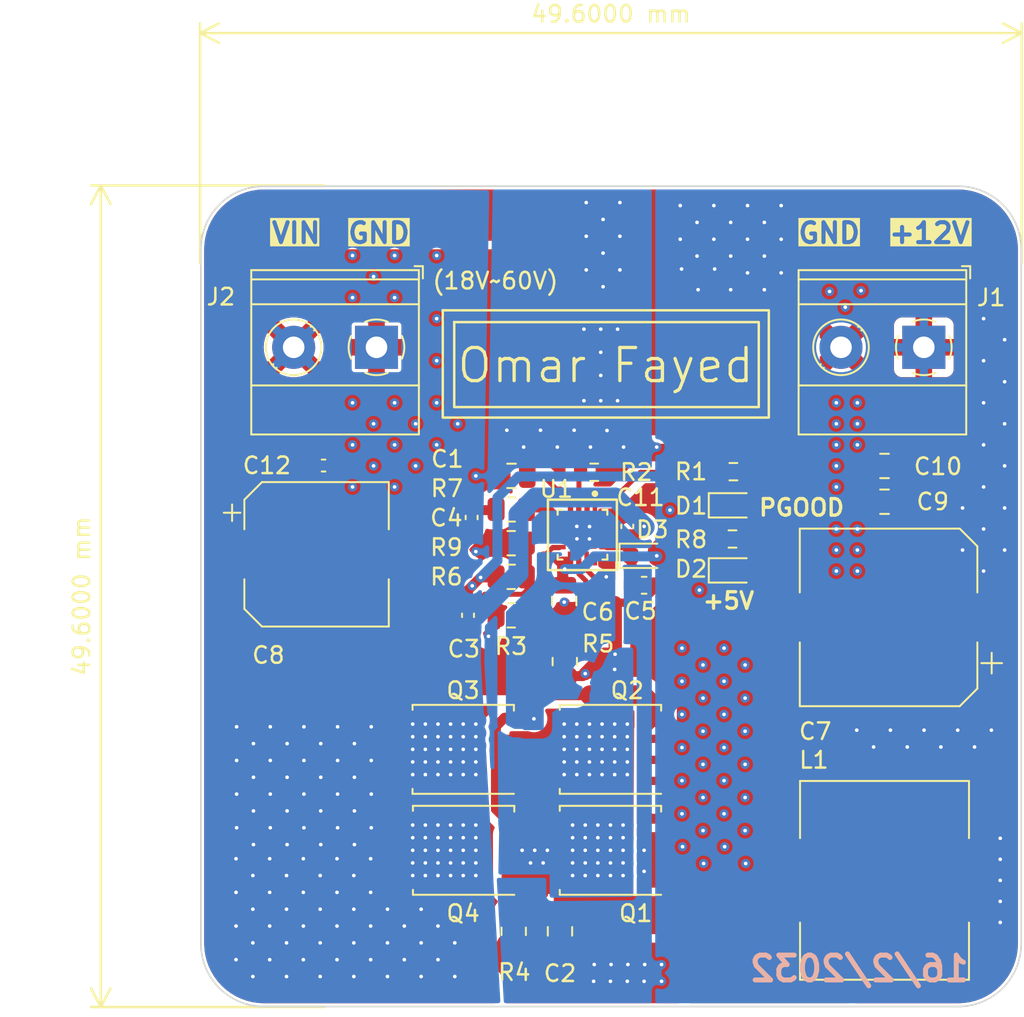
<source format=kicad_pcb>
(kicad_pcb (version 20221018) (generator pcbnew)
  (layers (0 "F.Cu" signal) (1 "In1.Cu" power "GND") (2 "In2.Cu" power "GND1") (31 "B.Cu" signal) (34 "B.Paste" user) (35 "F.Paste" user) (36 "B.SilkS" user "B.Silkscreen") (37 "F.SilkS" user "F.Silkscreen") (38 "B.Mask" user) (39 "F.Mask" user) (44 "Edge.Cuts" user))
  (net 0 "")
  (net 1 "GND")
  (net 2 "PHASE")
  (net 3 "Net-(C2-Pad2)")
  (net 4 "FB")
  (net 5 "+12V")
  (net 6 "Net-(C4-Pad1)")
  (net 7 "BOOT")
  (net 8 "VCC")
  (net 9 "Net-(D2-Pad2)")
  (net 10 " LGATE{slash}OCS")
  (net 11 "UGATE")
  (net 12 "PGOOD")
  (net 13 "SS{slash}TRK")
  (net 14 "ISEN")
  (net 15 "COMP")
  (net 16 "+5V")
  (net 17 "Net-(D1-Pad2)")
  (net 18 "EN")
  (net 19 "RT")
  (footprint "Resistor_SMD:R_0603_1608Metric" (layer "F.Cu") (at 224.142 62.615)
    (fp_text reference "R2")
    (fp_text value "39K")
  )
  (footprint "Capacitor_SMD:CP_Elec_10x10.5" (layer "F.Cu") (at 241.913 71.378 180)
    (fp_text reference "C7" hide)
    (fp_text value "330uF")
  )
  (footprint "Capacitor_SMD:C_0603_1608Metric" (layer "F.Cu") (at 227.153898 69.436898 180)
    (fp_text reference "C5")
    (fp_text value "1uF")
  )
  (footprint "LED_SMD:LED_0603_1608Metric" (layer "F.Cu") (at 232.543898 68.538898)
    (fp_text reference "D2")
    (fp_text value "Yellow Led")
  )
  (footprint "Capacitor_SMD:C_0402_1005Metric" (layer "F.Cu") (at 226.137898 65.880898 -90)
    (fp_text reference "C11")
    (fp_text value "100nF")
  )
  (footprint "Capacitor_SMD:C_0805_2012Metric" (layer "F.Cu") (at 222.327898 70.386898 90)
    (fp_text reference "C6")
    (fp_text value "4.7uF")
  )
  (footprint "Capacitor_SMD:CP_Elec_8x10.5" (layer "F.Cu") (at 207.378 67.568)
    (fp_text reference "C8")
    (fp_text value "220uF")
  )
  (footprint "Resistor_SMD:R_0805_2012Metric" (layer "F.Cu") (at 219.129398 68.928898 180)
    (fp_text reference "R6")
    (fp_text value "43.2K")
  )
  (footprint "Resistor_SMD:R_0805_2012Metric" (layer "F.Cu") (at 219.129398 71.251429)
    (fp_text reference "R3")
    (fp_text value "5.1K")
  )
  (footprint "Resistor_SMD:R_0805_2012Metric" (layer "F.Cu") (at 222.364 74.045 90)
    (fp_text reference "R5")
    (fp_text value "5.1K")
  )
  (footprint "Package_TO_SOT_SMD:TDSON-8-1" (layer "F.Cu") (at 225.121898 85.438898 180)
    (fp_text reference "Q1")
    (fp_text value "CSD17579Q3A")
  )
  (footprint "Resistor_SMD:R_0603_1608Metric" (layer "F.Cu") (at 232.487898 66.642898)
    (fp_text reference "R8")
    (fp_text value "330R")
  )
  (footprint "Capacitor_SMD:C_0805_2012Metric" (layer "F.Cu") (at 241.668 64.393)
    (fp_text reference "C9")
    (fp_text value "100nF")
  )
  (footprint "Resistor_SMD:R_0805_2012Metric" (layer "F.Cu") (at 219.129398 64.856524)
    (fp_text reference "R7")
    (fp_text value "43.2K")
  )
  (footprint "Resistor_SMD:R_0805_2012Metric" (layer "F.Cu") (at 219.129398 66.896898 180)
    (fp_text reference "R9")
    (fp_text value "2.26K")
  )
  (footprint "Package_TO_SOT_SMD:TDSON-8-1" (layer "F.Cu") (at 225.121898 79.342898 180)
    (fp_text reference "Q2")
    (fp_text value "CSD17579Q3A")
  )
  (footprint "Inductor_SMD:L_Wuerth_HCM-1240" (layer "F.Cu") (at 241.668 87.253)
    (fp_text reference "L1")
    (fp_text value "3.3uH")
  )
  (footprint "Capacitor_SMD:C_0402_1005Metric" (layer "F.Cu") (at 216.739898 65.344898 -90)
    (fp_text reference "C4")
    (fp_text value "1nF")
  )
  (footprint "Capacitor_SMD:C_0402_1005Metric" (layer "F.Cu") (at 216.522 71.251 90)
    (fp_text reference "C3")
    (fp_text value "220pf")
  )
  (footprint "Resistor_SMD:R_0603_1608Metric" (layer "F.Cu") (at 232.543898 62.578898)
    (fp_text reference "R1")
    (fp_text value "330R")
  )
  (footprint "Capacitor_SMD:C_0805_2012Metric" (layer "F.Cu") (at 241.668 62.234)
    (fp_text reference "C10")
    (fp_text value "100nF")
  )
  (footprint "Capacitor_SMD:C_0805_2012Metric" (layer "F.Cu") (at 219.149398 62.832898 180)
    (fp_text reference "C1")
    (fp_text value "0.047uF")
  )
  (footprint "Package_TO_SOT_SMD:TDSON-8-1" (layer "F.Cu") (at 216.255898 85.438898 180)
    (fp_text reference "Q4")
    (fp_text value "CSD17579Q3A")
  )
  (footprint "TerminalBlock_Phoenix:TerminalBlock_Phoenix_MKDS-1,5-2_1x02_P5.00mm_Horizontal" (layer "F.Cu") (at 210.9956 55.071 180)
    (fp_text reference "J2")
    (fp_text value "Screw_Terminal_01x02")
  )
  (footprint "TerminalBlock_Phoenix:TerminalBlock_Phoenix_MKDS-1,5-2_1x02_P5.00mm_Horizontal" (layer "F.Cu") (at 244.041 55.071 180)
    (fp_text reference "J1")
    (fp_text value "Screw_Terminal_01x02")
  )
  (footprint "Package_TO_SOT_SMD:TDSON-8-1" (layer "F.Cu") (at 216.231898 79.342898 180)
    (fp_text reference "Q3")
    (fp_text value "CSD17579Q3A")
  )
  (footprint "Capacitor_SMD:C_0402_1005Metric" (layer "F.Cu") (at 207.8 62.2086 180)
    (fp_text reference "C12")
    (fp_text value "100nF")
  )
  (footprint "LED_SMD:LED_0603_1608Metric" (layer "F.Cu") (at 232.543898 64.610898)
    (fp_text reference "D1")
    (fp_text value "Green Led")
  )
  (footprint "Model Buck:QFN50P300X300X100-17N" (layer "F.Cu") (at 223.432898 66.384898 -90)
    (fp_text reference "U1")
    (fp_text value "QFN50P300X300X100-17N")
  )
  (footprint "Diode_SMD:D_0603_1608Metric" (layer "F.Cu") (at 227.153898 67.658898)
    (fp_text reference "D3")
    (fp_text value "D_Small")
  )
  (footprint "Resistor_SMD:R_0805_2012Metric" (layer "F.Cu") (at 219.279898 90.330898 90)
    (fp_text reference "R4")
    (fp_text value "22R")
  )
  (footprint "Capacitor_SMD:C_0805_2012Metric" (layer "F.Cu") (at 222.073898 90.330898 -90)
    (fp_text reference "C2")
    (fp_text value "100pF")
  )
  (gr_rect (start 214.998 52.836) (end 234.683 59.313) (stroke (width 0.15)) (fill none) (layer "F.SilkS"))
  (gr_rect (start 221.348 64.266) (end 225.509691 68.522592) (stroke (width 0.15)) (fill none) (layer "F.SilkS"))
  (gr_rect (start 215.688824 53.549154) (end 234.075911 58.678) (stroke (width 0.15)) (fill none) (layer "F.SilkS"))
  (gr_arc (start 200.393 49.153) (mid 201.508923 46.458923) (end 204.203 45.343) (stroke (width 0.1)) (layer "Edge.Cuts"))
  (gr_arc (start 246.113 45.343) (mid 248.807077 46.458923) (end 249.923 49.153) (stroke (width 0.1)) (layer "Edge.Cuts"))
  (gr_line (start 204.203 94.873) (end 246.113 94.873) (stroke (width 0.1)) (layer "Edge.Cuts"))
  (gr_arc (start 204.203 94.873) (mid 201.508923 93.757077) (end 200.393 91.063) (stroke (width 0.1)) (layer "Edge.Cuts"))
  (gr_line (start 249.923 91.063) (end 249.923 49.153) (stroke (width 0.1)) (layer "Edge.Cuts"))
  (gr_line (start 200.393 49.153) (end 200.393 91.063) (stroke (width 0.1)) (layer "Edge.Cuts"))
  (gr_arc (start 249.923 91.063) (mid 248.807077 93.757077) (end 246.113 94.873) (stroke (width 0.1)) (layer "Edge.Cuts"))
  (gr_line (start 246.113 45.343) (end 204.203 45.343) (stroke (width 0.1)) (layer "Edge.Cuts"))
  (gr_text "16/2/2032" (at 240.144 92.587) (layer "B.SilkS") (effects (font (size 1.5 1.5) (thickness 0.3)) (justify mirror)))
  (gr_text "GND" (at 209.152147 48.175981) (layer "F.SilkS" knockout) (effects (font (size 1.2 1.2) (thickness 0.25) bold) (justify left)))
  (gr_text "PGOOD" (at 236.663 64.75) (layer "F.SilkS") (effects (font (size 1 1) (thickness 0.2))))
  (gr_text "+5V" (at 232.25 70.375) (layer "F.SilkS") (effects (font (size 1 1) (thickness 0.2))))
  (gr_text "+12V " (at 244.843 48.175981) (layer "F.SilkS" knockout) (effects (font (size 1.2 1.2) (thickness 0.25) bold)))
  (gr_text "C7\n" (at 236.4102 78.8456) (layer "F.SilkS") (effects (font (size 1 1)) (justify left bottom)))
  (gr_text "(18V~60V)\n" (at 218.173 51.058) (layer "F.SilkS") (effects (font (size 1 1))))
  (gr_text "VIN" (at 206.143375 48.175981) (layer "F.SilkS" knockout) (effects (font (size 1.2 1.2) (thickness 0.25) bold)))
  (gr_text "Omar Fayed" (at 224.830032 56.165912) (layer "F.SilkS") (effects (font (size 2 2) (thickness 0.2))))
  (gr_text "GND" (at 236.334 48.175981) (layer "F.SilkS" knockout) (effects (font (size 1.2 1.2) (thickness 0.25) bold) (justify left)))
  (dimension (type aligned) (layer "F.SilkS") (pts (xy 208.35 94.9) (xy 208.35 45.3)) (height -14) (gr_text "49.6000 mm" (at 193.2 70.1 90) (layer "F.SilkS") (effects (font (size 1 1) (thickness 0.15)))) (format (prefix "") (suffix "") (units 3) (units_format 1) (precision 4)) (style (thickness 0.15) (arrow_length 1.27) (text_position_mode 0) (extension_height 0.58642) (extension_offset 0.5) keep_text_aligned))
  (dimension (type aligned) (layer "F.SilkS") (pts (xy 200.35 50.5) (xy 249.95 50.5)) (height -14.4) (gr_text "49.6000 mm" (at 225.15 34.95) (layer "F.SilkS") (effects (font (size 1 1) (thickness 0.15)))) (format (prefix "") (suffix "") (units 3) (units_format 1) (precision 4)) (style (thickness 0.15) (arrow_length 1.27) (text_position_mode 0) (extension_height 0.58642) (extension_offset 0.5) keep_text_aligned))
  (segment (start 224.867898 66.134898) (end 225.358783 66.134898) (width 0.3) (layer "F.Cu") (net 1))
  (segment (start 226.174 65.437) (end 226.146 65.437) (width 0.2) (layer "F.Cu") (net 1))
  (segment (start 238.493 71.378) (end 237.713 71.378) (width 1.2) (layer "F.Cu") (net 1))
  (segment (start 219.216488 92.216488) (end 219.216488 91.306808) (width 2) (layer "F.Cu") (net 1))
  (segment (start 224.097524 66.134898) (end 223.85748 65.894854) (width 0.3) (layer "F.Cu") (net 1))
  (segment (start 230.492 69.727) (end 231.680102 68.538898) (width 1.2) (layer "F.Cu") (net 1))
  (segment (start 225.358783 66.134898) (end 226.092783 65.400898) (width 0.3) (layer "F.Cu") (net 1))
  (segment (start 220.349 93.349) (end 219.216488 92.216488) (width 2) (layer "F.Cu") (net 1))
  (segment (start 223.719 66.171) (end 223.469 66.421) (width 0.3) (layer "F.Cu") (net 1))
  (segment (start 224.173401 65.651137) (end 223.893582 65.930956) (width 0.2) (layer "F.Cu") (net 1))
  (segment (start 226.092783 65.400898) (end 226.137898 65.400898) (width 0.3) (layer "F.Cu") (net 1))
  (segment (start 222.364 71.373) (end 222.364 70.489) (width 0.6) (layer "F.Cu") (net 1))
  (segment (start 224.867898 66.134898) (end 224.097524 66.134898) (width 0.3) (layer "F.Cu") (net 1))
  (segment (start 224.219 65.390615) (end 224.173401 65.436214) (width 0.2) (layer "F.Cu") (net 1))
  (segment (start 224.219 64.986) (end 224.219 65.390615) (width 0.2) (layer "F.Cu") (net 1))
  (segment (start 223.134 66.671) (end 223.219 66.671) (width 0.3) (layer "F.Cu") (net 1))
  (segment (start 223.219 66.671) (end 223.469 66.421) (width 0.3) (layer "F.Cu") (net 1))
  (segment (start 222.034 66.671) (end 223.134 66.671) (width 0.3) (layer "F.Cu") (net 1))
  (segment (start 225.121898 93.349) (end 220.349 93.349) (width 2) (layer "F.Cu") (net 1))
  (segment (start 231.680102 68.538898) (end 231.756398 68.538898) (width 1.2) (layer "F.Cu") (net 1))
  (segment (start 224.173401 65.436214) (end 224.173401 65.651137) (width 0.2) (layer "F.Cu") (net 1))
  (via (at 229.44 77.234) (size 0.55) (drill 0.22) (layers "F.Cu" "B.Cu") (net 1))
  (via (at 219.881 61.093) (size 0.55) (drill 0.22) (layers "F.Cu" "B.Cu") (net 1))
  (via (at 226.174 92.333) (size 0.55) (drill 0.22) (layers "F.Cu" "B.Cu") (net 1))
  (via (at 225.552 58.293) (size 0.55) (drill 0.22) (layers "F.Cu" "B.Cu") (net 1))
  (via (at 240.03 66.04) (size 0.55) (drill 0.22) (layers "F.Cu" "B.Cu") (net 1))
  (via (at 240.03 68.58) (size 0.55) (drill 0.22) (layers "F.Cu" "B.Cu") (net 1))
  (via (at 240.03 59.69) (size 0.55) (drill 0.22) (layers "F.Cu" "B.Cu") (net 1))
  (via (at 223.52 58.293) (size 0.55) (drill 0.22) (layers "F.Cu" "B.Cu") (net 1))
  (via (at 224.536 53.975) (size 0.55) (drill 0.22) (layers "F.Cu" "B.Cu") (net 1))
  (via (at 227.153898 85.438898) (size 0.55) (drill 0.22) (layers "F.Cu" "B.Cu") (net 1))
  (via (at 225.913 61.093) (size 0.55) (drill 0.22) (layers "F.Cu" "B.Cu") (net 1))
  (via (at 230.71 76.25) (size 0.55) (drill 0.22) (layers "F.Cu" "B.Cu") (net 1))
  (via (at 240.03 60.96) (size 0.55) (drill 0.22) (layers "F.Cu" "B.Cu") (net 1))
  (via (at 224.536 58.293) (size 0.55) (drill 0.22) (layers "F.Cu" "B.Cu") (net 1))
  (via (at 224.536 55.372) (size 0.55) (drill 0.22) (layers "F.Cu" "B.Cu") (net 1))
  (via (at 209.55 49.53) (size 0.55) (drill 0.22) (layers "F.Cu" "B.Cu") (net 1))
  (via (at 225.6914 46.3336) (size 0.55) (drill 0.22) (layers "F.Cu" "B.Cu") (net 1))
  (via (at 233.286 86.237) (size 0.55) (drill 0.22) (layers "F.Cu" "B.Cu") (net 1))
  (via (at 214.63 55.88) (size 0.55) (drill 0.22) (layers "F.Cu" "B.Cu") (net 1))
  (via (at 238.76 63.5) (size 0.55) (drill 0.22) (layers "F.Cu" "B.Cu") (net 1))
  (via (at 223.913 61.093) (size 0.55) (drill 0.22) (layers "F.Cu" "B.Cu") (net 1))
  (via (at 230.492 69.727) (size 0.55) (drill 0.22) (layers "F.Cu" "B.Cu") (net 1))
  (via (at 233.25 82.25) (size 0.55) (drill 0.22) (layers "F.Cu" "B.Cu") (net 1))
  (via (at 214.63 49.53) (size 0.55) (drill 0.22) (layers "F.Cu" "B.Cu") (net 1))
  (via (at 231.98 75.234) (size 0.55) (drill 0.22) (layers "F.Cu" "B.Cu") (net 1))
  (via (at 240.03 58.42) (size 0.55) (drill 0.22) (layers "F.Cu" "B.Cu") (net 1))
  (via (at 231.98 81.234) (size 0.55) (drill 0.22) (layers "F.Cu" "B.Cu") (net 1))
  (via (at 231.98 77.234) (size 0.55) (drill 0.22) (layers "F.Cu" "B.Cu") (net 1))
  (via (at 227.19 92.333) (size 0.55) (drill 0.22) (layers "F.Cu" "B.Cu") (net 1))
  (via (at 214.63 58.42) (size 0.55) (drill 0.22) (layers "F.Cu" "B.Cu") (net 1))
  (via (at 213.36 59.69) (size 0.55) (drill 0.22) (layers "F.Cu" "B.Cu") (net 1))
  (via (at 230.746 86.237) (size 0.55) (drill 0.22) (layers "F.Cu" "B.Cu") (net 1))
  (via (at 233.25 78.25) (size 0.55) (drill 0.22) (layers "F.Cu" "B.Cu") (net 1))
  (via (at 229.44 75.234) (size 0.55) (drill 0.22) (layers "F.Cu" "B.Cu") (net 1))
  (via (at 238.76 68.58) (size 0.55) (drill 0.22) (layers "F.Cu" "B.Cu") (net 1))
  (via (at 230.71 82.25) (size 0.55) (drill 0.22) (layers "F.Cu" "B.Cu") (net 1))
  (via (at 210.82 50.8) (size 0.55) (drill 0.22) (layers "F.Cu" "B.Cu") (net 1))
  (via (at 223.6594 50.3976) (size 0.55) (drill 0.22) (layers "F.Cu" "B.Cu") (net 1))
  (via (at 226.137898 93.349) (size 0.55) (drill 0.22) (layers "F.Cu" "B.Cu") (net 1))
  (via (at 232.016 85.221) (size 0.55) (drill 0.22) (layers "F.Cu" "B.Cu") (net 1))
  (via (at 223.52 53.975) (size 0.55) (drill 0.22) (layers "F.Cu" "B.Cu") (net 1))
  (via (at 222.929 60.077) (size 0.55) (drill 0.22) (layers "F.Cu" "B.Cu") (net 1))
  (via (at 209.55 58.42) (size 0.55) (drill 0.22) (layers "F.Cu" "B.Cu") (net 1))
  (via (at 223.097898 66.634898) (size 0.55) (drill 0.22) (layers "F.Cu" "B.Cu") (net 1))
  (via (at 224.6754 51.4136) (size 0.55) (drill 0.22) (layers "F.Cu" "B.Cu") (net 1))
  (via (at 224.142 92.333) (size 0.55) (drill 0.22) (layers "F.Cu" "B.Cu") (net 1))
  (via (at 233.25 80.25) (size 0.55) (drill 0.22) (layers "F.Cu" "B.Cu") (net 1))
  (via (at 225.121898 93.349) (size 0.55) (drill 0.22) (layers "F.Cu" "B.Cu") (net 1))
  (via (at 223.6594 48.3656) (size 0.55) (drill 0.22) (layers "F.Cu" "B.Cu") (net 1))
  (via (at 233.25 76.25) (size 0.55) (drill 0.22) (layers "F.Cu" "B.Cu") (net 1))
  (via (at 239.3 52.65) (size 0.55) (drill 0.22) (layers "F.Cu" "B.Cu") (net 1))
  (via (at 225.6914 50.3976) (size 0.55) (drill 0.22) (layers "F.Cu" "B.Cu") (net 1))
  (via (at 224.6754 47.3496) (size 0.55) (drill 0.22) (layers "F.Cu" "B.Cu") (net 1))
  (via (at 220.897 60.077) (size 0.55) (drill 0.22) (layers "F.Cu" "B.Cu") (net 1))
  (via (at 223.85748 65.894854) (size 0.55) (drill 0.22) (layers "F.Cu" "B.Cu") (net 1))
  (via (at 212.09 52.07) (size 0.55) (drill 0.22) (layers "F.Cu" "B.Cu") (net 1))
  (via (at 238.76 59.69) (size 0.55) (drill 0.22) (layers "F.Cu" "B.Cu") (net 1))
  (via (at 209.55 52.07) (size 0.55) (drill 0.22) (layers "F.Cu" "B.Cu") (net 1))
  (via (at 227.913 61.093) (size 0.55) (drill 0.22) (layers "F.Cu" "B.Cu") (net 1))
  (via (at 230.71 74.25) (size 0.55) (drill 0.22) (layers "F.Cu" "B.Cu") (net 1))
  (via (at 230.71 84.25) (size 0.55) (drill 0.22) (layers "F.Cu" "B.Cu") (net 1))
  (via (at 238.76 62.23) (size 0.55) (drill 0.22) (layers "F.Cu" "B.Cu") (net 1))
  (via (at 238.76 67.31) (size 0.55) (drill 0.22) (layers "F.Cu" "B.Cu") (net 1))
  (via (at 214.63 60.96) (size 0.55) (drill 0.22) (layers "F.Cu" "B.Cu") (net 1))
  (via (at 215.9 59.69) (size 0.55) (drill 0.22) (layers "F.Cu" "B.Cu") (net 1))
  (via (at 229.44 81.234) (size 0.55) (drill 0.22) (layers "F.Cu" "B.Cu") (net 1))
  (via (at 227.153898 93.349) (size 0.55) (drill 0.22) (layers "F.Cu" "B.Cu") (net 1))
  (via (at 218.865 60.077) (size 0.55) (drill 0.22) (layers "F.Cu" "B.Cu") (net 1))
  (via (at 229.476 85.221) (size 0.55) (drill 0.22) (layers "F.Cu" "B.Cu") (net 1))
  (via (at 238.35 51.7) (size 0.55) (drill 0.22) (layers "F.Cu" "B.Cu") (net 1))
  (via (at 209.55 60.96) (size 0.55) (drill 0.22) (layers "F.Cu" "B.Cu") (net 1))
  (via (at 212.09 63.5) (size 0.55) (drill 0.22) (layers "F.Cu" "B.Cu") (net 1))
  (via (at 240.25 51.65) (size 0.55) (drill 0.22) (layers "F.Cu" "B.Cu") (net 1))
  (via (at 229.44 73.234) (size 0.55) (drill 0.22) (layers "F.Cu" "B.Cu") (net 1))
  (via (at 212.09 60.96) (size 0.55) (drill 0.22) (layers "F.Cu" "B.Cu") (net 1))
  (via (at 224.536 56.769) (size 0.55) (drill 0.22) (layers "F.Cu" "B.Cu") (net 1))
  (via (at 229.44 79.234) (size 0.55) (drill 0.22) (layers "F.Cu" "B.Cu") (net 1))
  (via (at 224.105898 93.349) (size 0.55) (drill 0.22) (layers "F.Cu" "B.Cu") (net 1))
  (via (at 223.089898 65.880898) (size 0.55) (drill 0.22) (layers "F.Cu" "B.Cu") (net 1))
  (via (at 212.09 49.53) (size 0.55) (drill 0.22) (layers "F.Cu" "B.Cu") (net 1))
  (via (at 210.82 59.69) (size 0.55) (drill 0.22) (layers "F.Cu" "B.Cu") (net 1))
  (via (at 224.913 60.093) (size 0.55) (drill 0.22) (layers "F.Cu" "B.Cu") (net 1))
  (via (at 230.71 78.25) (size 0.55) (drill 0.22) (layers "F.Cu" "B.Cu") (net 1))
  (via (at 214.63 53.34) (size 0.55) (drill 0.22) (layers "F.Cu" "B.Cu") (net 1))
  (via (at 228.206 93.349) (size 0.55) (drill 0.22) (layers "F.Cu" "B.Cu") (net 1))
  (via (at 223.6594 46.3336) (size 0.55) (drill 0.22) (layers "F.Cu" "B.Cu") (net 1))
  (via (at 227.153898 86.708898) (size 0.55) (drill 0.22) (layers "F.Cu" "B.Cu") (net 1))
  (via (at 238.76 60.96) (size 0.55) (drill 0.22) (layers "F.Cu" "B.Cu") (net 1))
  (via (at 229.44 83.234) (size 0.55) (drill 0.22) (layers "F.Cu" "B.Cu") (net 1))
  (via (at 216.993898 67.404898) (size 0.55) (drill 0.22) (layers "F.Cu" "B.Cu") (net 1))
  (via (at 233.25 74.25) (size 0.55) (drill 0.22) (layers "F.Cu" "B.Cu") (net 1))
  (via (at 231.98 83.234) (size 0.55) (drill 0.22) (layers "F.Cu" "B.Cu") (net 1))
  (via (at 225.158 92.333) (size 0.55) (drill 0.22) (layers "F.Cu" "B.Cu") (net 1))
  (via (at 233.25 84.25) (size 0.55) (drill 0.22) (layers "F.Cu" "B.Cu") (net 1))
  (via (at 223.851898 66.642898) (size 0.55) (drill 0.22) (layers "F.Cu" "B.Cu") (net 1))
  (via (at 213.36 62.23) (size 0.55) (drill 0.22) (layers "F.Cu" "B.Cu") (net 1))
  (via (at 228.206 92.333) (size 0.55) (drill 0.22) (layers "F.Cu" "B.Cu") (net 1))
  (via (at 212.09 58.42) (size 0.55) (drill 0.22) (layers "F.Cu" "B.Cu") (net 1))
  (via (at 238.76 66.04) (size 0.55) (drill 0.22) (layers "F.Cu" "B.Cu") (net 1))
  (via (at 228.714 64.901) (size 0.55) (drill 0.22) (layers "F.Cu" "B.Cu") (net 1))
  (via (at 209.55 63.5) (size 0.55) (drill 0.22) (layers "F.Cu" "B.Cu") (net 1))
  (via (at 230.71 80.25) (size 0.55) (drill 0.22) (layers "F.Cu" "B.Cu") (net 1))
  (via (at 221.913 61.093) (size 0.55) (drill 0.22) (layers "F.Cu" "B.Cu") (net 1))
  (via (at 231.98 73.234) (size 0.55) (drill 0.22) (layers "F.Cu" "B.Cu") (net 1))
  (via (at 238.76 58.42) (size 0.55) (drill 0.22) (layers "F.Cu" "B.Cu") (net 1))
  (via (at 225.552 53.975) (size 0.55) (drill 0.22) (layers "F.Cu" "B.Cu") (net 1))
  (via (at 224.6754 49.3816) (size 0.55) (drill 0.22) (layers "F.Cu" "B.Cu") (net 1))
  (via (at 216.993898 62.832898) (size 0.55) (drill 0.22) (layers "F.Cu" "B.Cu") (net 1))
  (via (at 222.327898 70.452898) (size 0.55) (drill 0.22) (layers "F.Cu" "B.Cu") (net 1))
  (via (at 225.6914 48.3656) (size 0.55) (drill 0.22) (layers "F.Cu" "B.Cu") (net 1))
  (via (at 210.82 62.23) (size 0.55) (drill 0.22) (layers "F.Cu" "B.Cu") (net 1))
  (via (at 217.755898 72.521) (size 0.55) (drill 0.22) (layers "F.Cu" "B.Cu") (net 1))
  (via (at 240.03 67.31) (size 0.55) (drill 0.22) (layers "F.Cu" "B.Cu") (net 1))
  (via (at 231.98 79.234) (size 0.55) (drill 0.22) (layers "F.Cu" "B.Cu") (net 1))
  (segment (start 225.412 74.295) (end 225.412 74.553) (width 0.8) (layer "F.Cu") (net 2))
  (segment (start 224.65 69.981) (end 224.904 69.981) (width 0.5) (layer "F.Cu") (net 2))
  (segment (start 226.949 70.489) (end 227.965 69.473) (width 0.5) (layer "F.Cu") (net 2))
  (segment (start 225.412 73.612) (end 225.412 74.295) (width 0.8) (layer "F.Cu") (net 2))
  (segment (start 224.328 89.285) (end 234.936 89.285) (width 2) (layer "F.Cu") (net 2))
  (segment (start 224.02 89.417) (end 224.02 86.613) (width 2) (layer "F.Cu") (net 2))
  (segment (start 222.11 89.417) (end 224.02 89.417) (width 2) (layer "F.Cu") (net 2))
  (segment (start 236.332 87.889) (end 236.968 87.253) (width 1.2) (layer "F.Cu") (net 2))
  (segment (start 223.597898 74.770898) (end 225.121898 74.770898) (width 0.6) (layer "F.Cu") (net 2))
  (segment (start 225.121898 74.770898) (end 225.375898 74.516898) (width 0.6) (layer "F.Cu") (net 2))
  (segment (start 224.02 86.613) (end 224.396 86.237) (width 2) (layer "F.Cu") (net 2))
  (segment (start 224.768796 73.6) (end 223.597898 74.770898) (width 0.8) (layer "F.Cu") (net 2))
  (segment (start 223.447398 74.921398) (end 223.597898 74.770898) (width 0.6) (layer "F.Cu") (net 2))
  (segment (start 225.4 73.6) (end 225.412 73.612) (width 0.8) (layer "F.Cu") (net 2))
  (segment (start 223.597898 74.770898) (end 224.073796 74.295) (width 0.6) (layer "F.Cu") (net 2))
  (segment (start 225.4 73.6) (end 224.768796 73.6) (width 0.8) (layer "F.Cu") (net 2))
  (segment (start 223.719 67.856) (end 223.719 68.542) (width 0.3) (layer "F.Cu") (net 2))
  (segment (start 222.364 74.921398) (end 223.447398 74.921398) (width 0.6) (layer "F.Cu") (net 2))
  (segment (start 225.412 70.489) (end 226.949 70.489) (width 0.5) (layer "F.Cu") (net 2))
  (segment (start 223.888 68.711) (end 224.142 68.965) (width 0.3) (layer "F.Cu") (net 2))
  (segment (start 224.142 68.965) (end 224.142 69.473) (width 0.3) (layer "F.Cu") (net 2))
  (segment (start 224.02 89.417) (end 224.108 89.505) (width 2) (layer "F.Cu") (net 2))
  (segment (start 224.108 89.505) (end 224.328 89.285) (width 2) (layer "F.Cu") (net 2))
  (segment (start 224.073796 74.295) (end 225.412 74.295) (width 0.6) (layer "F.Cu") (net 2))
  (segment (start 225.412 73.588) (end 225.4 73.6) (width 0.8) (layer "F.Cu") (net 2))
  (segment (start 224.108 85.475) (end 224.108 79.379) (width 1.2) (layer "F.Cu") (net 2))
  (segment (start 234.936 89.285) (end 236.968 87.253) (width 2) (layer "F.Cu") (net 2))
  (segment (start 223.719 68.542) (end 223.888 68.711) (width 0.3) (layer "F.Cu") (net 2))
  (segment (start 224.904 69.981) (end 225.412 70.489) (width 0.5) (layer "F.Cu") (net 2))
  (segment (start 224.142 69.473) (end 224.65 69.981) (width 0.3) (layer "F.Cu") (net 2))
  (segment (start 225.412 70.489) (end 225.412 73.588) (width 0.8) (layer "F.Cu") (net 2))
  (via (at 224.613898 80.104898) (size 0.55) (drill 0.22) (layers "F.Cu" "B.Cu") (net 2))
  (via (at 226.137898 78.580898) (size 0.55) (drill 0.22) (layers "F.Cu" "B.Cu") (net 2))
  (via (at 222.327898 80.866898) (size 0.55) (drill 0.22) (layers "F.Cu" "B.Cu") (net 2))
  (via (at 223.851898 79.342898) (size 0.55) (drill 0.22) (layers "F.Cu" "B.Cu") (net 2))
  (via (at 224.613898 78.580898) (size 0.55) (drill 0.22) (layers "F.Cu" "B.Cu") (net 2))
  (via (at 224.359898 85.438898) (size 0.55) (drill 0.22) (layers "F.Cu" "B.Cu") (net 2))
  (via (at 224.359898 86.200898) (size 0.55) (drill 0.22) (layers "F.Cu" "B.Cu") (net 2))
  (via (at 226.137898 80.104898) (size 0.55) (drill 0.22) (layers "F.Cu" "B.Cu") (net 2))
  (via (at 225.883898 84.676898) (size 0.55) (drill 0.22) (layers "F.Cu" "B.Cu") (net 2))
  (via (at 225.121898 86.962898) (size 0.55) (drill 0.22) (layers "F.Cu" "B.Cu") (net 2))
  (via (at 223.597898 86.200898) (size 0.55) (drill 0.22) (layers "F.Cu" "B.Cu") (net 2))
  (via (at 224.613898 79.342898) (size 0.55) (drill 0.22) (layers "F.Cu" "B.Cu") (net 2))
  (via (at 225.883898 85.438898) (size 0.55) (drill 0.22) (layers "F.Cu" "B.Cu") (net 2))
  (via (at 224.359898 84.676898) (size 0.55) (drill 0.22) (layers "F.Cu" "B.Cu") (net 2))
  (via (at 225.121898 84.676898) (size 0.55) (drill 0.22) (layers "F.Cu" "B.Cu") (net 2))
  (via (at 222.327898 78.580898) (size 0.55) (drill 0.22) (layers "F.Cu" "B.Cu") (net 2))
  (via (at 221.311898 85.438898) (size 0.55) (drill 0.22) (layers "F.Cu" "B.Cu") (net 2))
  (via (at 225.375898 78.580898) (size 0.55) (drill 0.22) (layers "F.Cu" "B.Cu") (net 2))
  (via (at 222.835898 86.200898) (size 0.55) (drill 0.22) (layers "F.Cu" "B.Cu") (net 2))
  (via (at 223.851898 77.818898) (size 0.55) (drill 0.22) (layers "F.Cu" "B.Cu") (net 2))
  (via (at 225.375898 74.516898) (size 0.55) (drill 0.22) (layers "F.Cu" "B.Cu") (net 2))
  (via (at 226.137898 77.818898) (size 0.55) (drill 0.22) (layers "F.Cu" "B.Cu") (net 2))
  (via (at 223.089898 78.580898) (size 0.55) (drill 0.22) (layers "F.Cu" "B.Cu") (net 2))
  (via (at 222.835898 83.914898) (size 0.55) (drill 0.22) (layers "F.Cu" "B.Cu") (net 2))
  (via (at 222.327898 80.104898) (size 0.55) (drill 0.22) (layers "F.Cu" "B.Cu") (net 2))
  (via (at 222.835898 84.676898) (size 0.55) (drill 0.22) (layers "F.Cu" "B.Cu") (net 2))
  (via (at 223.597898 83.914898) (size 0.55) (drill 0.22) (layers "F.Cu" "B.Cu") (net 2))
  (via (at 221.057898 86.200898) (size 0.55) (drill 0.22) (layers "F.Cu" "B.Cu") (net 2))
  (via (at 224.613898 77.818898) (size 0.55) (drill 0.22) (layers "F.Cu" "B.Cu") (net 2))
  (via (at 225.375898 77.818898) (size 0.55) (drill 0.22) (layers "F.Cu" "B.Cu") (net 2))
  (via (at 225.375898 79.342898) (size 0.55) (drill 0.22) (layers "F.Cu" "B.Cu") (net 2))
  (via (at 225.121898 85.438898) (size 0.55) (drill 0.22) (layers "F.Cu" "B.Cu") (net 2))
  (via (at 222.327898 79.342898) (size 0.55) (drill 0.22) (layers "F.Cu" "B.Cu") (net 2))
  (via (at 225.375898 80.104898) (size 0.55) (drill 0.22) (layers "F.Cu" "B.Cu") (net 2))
  (via (at 226.137898 79.342898) (size 0.55) (drill 0.22) (layers "F.Cu" "B.Cu") (net 2))
  (via (at 225.883898 83.914898) (size 0.55) (drill 0.22) (layers "F.Cu" "B.Cu") (net 2))
  (via (at 223.089898 79.342898) (size 0.55) (drill 0.22) (layers "F.Cu" "B.Cu") (net 2))
  (via (at 222.835898 86.962898) (size 0.55) (drill 0.22) (layers "F.Cu" "B.Cu") (net 2))
  (via (at 225.121898 86.200898) (size 0.55) (drill 0.22) (layers "F.Cu" "B.Cu") (net 2))
  (via (at 222.835898 85.438898) (size 0.55) (drill 0.22) (layers "F.Cu" "B.Cu") (net 2))
  (via (at 223.597898 84.676898) (size 0.55) (drill 0.22) (layers "F.Cu" "B.Cu") (net 2))
  (via (at 223.597898 86.962898) (size 0.55) (drill 0.22) (layers "F.Cu" "B.Cu") (net 2))
  (via (at 223.851898 78.580898) (size 0.55) (drill 0.22) (layers "F.Cu" "B.Cu") (net 2))
  (via (at 223.089898 77.818898) (size 0.55) (drill 0.22) (layers "F.Cu" "B.Cu") (net 2))
  (via (at 222.327898 77.818898) (size 0.55) (drill 0.22) (layers "F.Cu" "B.Cu") (net 2))
  (via (at 225.883898 86.200898) (size 0.55) (drill 0.22) (layers "F.Cu" "B.Cu") (net 2))
  (via (at 223.597898 85.438898) (size 0.55) (drill 0.22) (layers "F.Cu" "B.Cu") (net 2))
  (via (at 223.089898 80.866898) (size 0.55) (drill 0.22) (layers "F.Cu" "B.Cu") (net 2))
  (via (at 223.851898 80.866898) (size 0.55) (drill 0.22) (layers "F.Cu" "B.Cu") (net 2))
  (via (at 224.613898 80.866898) (size 0.55) (drill 0.22) (layers "F.Cu" "B.Cu") (net 2))
  (via (at 220.295898 86.200898) (size 0.55) (drill 0.22) (layers "F.Cu" "B.Cu") (net 2))
  (via (at 223.089898 80.104898) (size 0.55) (drill 0.22) (layers "F.Cu" "B.Cu") (net 2))
  (via (at 223.851898 80.104898) (size 0.55) (drill 0.22) (layers "F.Cu" "B.Cu") (net 2))
  (via (at 225.4 73.6) (size 0.55) (drill 0.22) (layers "F.Cu" "B.Cu") (net 2))
  (via (at 225.375898 80.866898) (size 0.55) (drill 0.22) (layers "F.Cu" "B.Cu") (net 2))
  (via (at 225.121898 83.914898) (size 0.55) (drill 0.22) (layers "F.Cu" "B.Cu") (net 2))
  (via (at 219.787898 85.438898) (size 0.55) (drill 0.22) (layers "F.Cu" "B.Cu") (net 2))
  (via (at 223.597898 74.770898) (size 0.55) (drill 0.22) (layers "F.Cu" "B.Cu") (net 2))
  (via (at 225.883898 86.962898) (size 0.55) (drill 0.22) (layers "F.Cu" "B.Cu") (net 2))
  (via (at 226.137898 80.866898) (size 0.55) (drill 0.22) (layers "F.Cu" "B.Cu") (net 2))
  (via (at 224.359898 83.914898) (size 0.55) (drill 0.22) (layers "F.Cu" "B.Cu") (net 2))
  (via (at 224.359898 86.962898) (size 0.55) (drill 0.22) (layers "F.Cu" "B.Cu") (net 2))
  (via (at 220.549898 85.438898) (size 0.55) (drill 0.22) (layers "F.Cu" "B.Cu") (net 2))
  (segment (start 221.094 86.237) (end 220.332 86.237) (width 1.2) (layer "B.Cu") (net 2))
  (segment (start 222.11 86.999) (end 225.92 86.999) (width 1.2) (layer "B.Cu") (net 2))
  (segment (start 221.348 85.475) (end 221.348 85.983) (width 1.2) (layer "B.Cu") (net 2))
  (segment (start 221.348 85.475) (end 225.92 85.475) (width 1.2) (layer "B.Cu") (net 2))
  (segment (start 225.92 86.237) (end 220.332 86.237) (width 1.2) (layer "B.Cu") (net 2))
  (segment (start 222.11 83.951) (end 225.92 83.951) (width 1.2) (layer "B.Cu") (net 2))
  (segment (start 225.92 84.713) (end 222.11 84.713) (width 1.2) (layer "B.Cu") (net 2))
  (segment (start 221.348 85.983) (end 221.094 86.237) (width 1.2) (layer "B.Cu") (net 2))
  (segment (start 221.348 91.317) (end 222.11 91.317) (width 0.6) (layer "F.Cu") (net 3))
  (segment (start 219.316 89.4545) (end 219.4855 89.4545) (width 0.6) (layer "F.Cu") (net 3))
  (segment (start 219.4855 89.4545) (end 221.348 91.317) (width 0.6) (layer "F.Cu") (net 3))
  (segment (start 220.078 66.933) (end 220.84 66.171) (width 0.6) (layer "F.Cu") (net 4))
  (segment (start 215.252 67.441) (end 215.252 71.505) (width 0.6) (layer "F.Cu") (net 4))
  (segment (start 217.284 71.505) (end 217.03 71.759) (width 0.3) (layer "F.Cu") (net 4))
  (segment (start 219.824 69.981) (end 217.538 69.981) (width 0.3) (layer "F.Cu") (net 4))
  (segment (start 220.078 68.965) (end 220.078 66.933) (width 0.6) (layer "F.Cu") (net 4))
  (segment (start 221.094 66.171) (end 222.034 66.171) (width 0.3) (layer "F.Cu") (net 4))
  (segment (start 216.494 71.759) (end 216.522 71.731) (width 0.6) (layer "F.Cu") (net 4))
  (segment (start 217.284 70.235) (end 217.284 71.505) (width 0.3) (layer "F.Cu") (net 4))
  (segment (start 220.84 66.171) (end 221.094 66.171) (width 0.6) (layer "F.Cu") (net 4))
  (segment (start 220.078 69.727) (end 219.824 69.981) (width 0.3) (layer "F.Cu") (net 4))
  (segment (start 217.538 69.981) (end 217.284 70.235) (width 0.3) (layer "F.Cu") (net 4))
  (segment (start 216.55 71.759) (end 216.522 71.731) (width 0.3) (layer "F.Cu") (net 4))
  (segment (start 215.506 71.759) (end 216.494 71.759) (width 0.6) (layer "F.Cu") (net 4))
  (segment (start 220.078 68.965) (end 220.078 69.727) (width 0.3) (layer "F.Cu") (net 4))
  (segment (start 217.03 71.759) (end 216.55 71.759) (width 0.3) (layer "F.Cu") (net 4))
  (segment (start 216.776 65.917) (end 215.252 67.441) (width 0.6) (layer "F.Cu") (net 4))
  (segment (start 220.041898 68.928898) (end 220.078 68.965) (width 0.3) (layer "F.Cu") (net 4))
  (segment (start 215.252 71.505) (end 215.506 71.759) (width 0.6) (layer "F.Cu") (net 4))
  (segment (start 216.776 65.861) (end 216.776 65.917) (width 0.6) (layer "F.Cu") (net 4))
  (segment (start 246.368 86.998) (end 248.653 84.713) (width 1.2) (layer "F.Cu") (net 5))
  (segment (start 246.368 87.253) (end 247.383 87.253) (width 1.2) (layer "F.Cu") (net 5))
  (segment (start 246.368 87.253) (end 246.368 86.998) (width 1.2) (layer "F.Cu") (net 5))
  (segment (start 246.368 87.508) (end 248.653 89.793) (width 1.2) (layer "F.Cu") (net 5))
  (segment (start 246.368 87.253) (end 248.653 87.253) (width 1.2) (layer "F.Cu") (net 5))
  (segment (start 218.253 68.965) (end 217.284 68.965) (width 0.6) (layer "F.Cu") (net 5))
  (segment (start 216.522 69.727) (end 216.522 70.771) (width 0.6) (layer "F.Cu") (net 5))
  (segment (start 248.653 84.713) (end 248.653 89.793) (width 1.2) (layer "F.Cu") (net 5))
  (segment (start 247.383 87.253) (end 248.653 88.523) (width 1.2) (layer "F.Cu") (net 5))
  (segment (start 216.776 69.473) (end 216.522 69.727) (width 0.6) (layer "F.Cu") (net 5))
  (segment (start 216.776 69.473) (end 217.284 68.965) (width 0.6) (layer "F.Cu") (net 5))
  (segment (start 246.368 87.253) (end 246.368 87.508) (width 1.2) (layer "F.Cu") (net 5))
  (segment (start 247.383 87.253) (end 248.653 85.983) (width 1.2) (layer "F.Cu") (net 5))
  (via (at 233.397 48.545) (size 0.55) (drill 0.22) (layers "F.Cu" "B.Cu") (net 5))
  (via (at 245.0716 79.2012) (size 0.55) (drill 0.22) (layers "F.Cu" "B.Cu") (net 5))
  (via (at 234.413 47.529) (size 0.55) (drill 0.22) (layers "F.Cu" "B.Cu") (net 5))
  (via (at 229.413 50.343) (size 0.55) (drill 0.22) (layers "F.Cu" "B.Cu") (net 5))
  (via (at 232.381 51.593) (size 0.55) (drill 0.22) (layers "F.Cu" "B.Cu") (net 5))
  (via (at 230.413 51.593) (size 0.55) (drill 0.22) (layers "F.Cu" "B.Cu") (net 5))
  (via (at 248.92 54.61) (size 0.55) (drill 0.22) (layers "F.Cu" "B.Cu") (net 5))
  (via (at 230.349 49.561) (size 0.55) (drill 0.22) (layers "F.Cu" "B.Cu") (net 5))
  (via (at 232.381 49.561) (size 0.55) (drill 0.22) (layers "F.Cu" "B.Cu") (net 5))
  (via (at 216.776 69.473) (size 0.55) (drill 0.22) (layers "F.Cu" "B.Cu") (net 5))
  (via (at 248.92 59.69) (size 0.55) (drill 0.22) (layers "F.Cu" "B.Cu") (net 5))
  (via (at 247.65 63.5) (size 0.55) (drill 0.22) (layers "F.Cu" "B.Cu") (net 5))
  (via (at 243.0396 79.2012) (size 0.55) (drill 0.22) (layers "F.Cu" "B.Cu") (net 5))
  (via (at 231.365 48.545) (size 0.55) (drill 0.22) (layers "F.Cu" "B.Cu") (net 5))
  (via (at 246.0876 78.1852) (size 0.55) (drill 0.22) (layers "F.Cu" "B.Cu") (net 5))
  (via (at 248.653 84.713) (size 0.55) (drill 0.22) (layers "F.Cu" "B.Cu") (net 5))
  (via (at 248.653 88.523) (size 0.55) (drill 0.22) (layers "F.Cu" "B.Cu") (net 5))
  (via (at 247.65 53.34) (size 0.55) (drill 0.22) (layers "F.Cu" "B.Cu") (net 5))
  (via (at 248.92 57.15) (size 0.55) (drill 0.22) (layers "F.Cu" "B.Cu") (net 5))
  (via (at 248.92 62.23) (size 0.55) (drill 0.22) (layers "F.Cu" "B.Cu") (net 5))
  (via (at 247.65 60.96) (size 0.55) (drill 0.22) (layers "F.Cu" "B.Cu") (net 5))
  (via (at 235.429 46.513) (size 0.55) (drill 0.22) (layers "F.Cu" "B.Cu") (net 5))
  (via (at 248.653 89.793) (size 0.55) (drill 0.22) (layers "F.Cu" "B.Cu") (net 5))
  (via (at 248.653 85.983) (size 0.55) (drill 0.22) (layers "F.Cu" "B.Cu") (net 5))
  (via (at 248.1196 78.1852) (size 0.55) (drill 0.22) (layers "F.Cu" "B.Cu") (net 5))
  (via (at 248.92 67.31) (size 0.55) (drill 0.22) (layers "F.Cu" "B.Cu") (net 5))
  (via (at 231.365 46.513) (size 0.55) (drill 0.22) (layers "F.Cu" "B.Cu") (net 5))
  (via (at 234.413 51.593) (size 0.55) (drill 0.22) (layers "F.Cu" "B.Cu") (net 5))
  (via (at 241.0076 79.2012) (size 0.55) (drill 0.22) (layers "F.Cu" "B.Cu") (net 5))
  (via (at 242.0236 78.1852) (size 0.55) (drill 0.22) (layers "F.Cu" "B.Cu") (net 5))
  (via (at 232.381 47.529) (size 0.55) (drill 0.22) (layers "F.Cu" "B.Cu") (net 5))
  (via (at 247.65 58.42) (size 0.55) (drill 0.22) (layers "F.Cu" "B.Cu") (net 5))
  (via (at 244.0556 78.1852) (size 0.55) (drill 0.22) (layers "F.Cu" "B.Cu") (net 5))
  (via (at 247.65 55.88) (size 0.55) (drill 0.22) (layers "F.Cu" "B.Cu") (net 5))
  (via (at 247.1036 79.2012) (size 0.55) (drill 0.22) (layers "F.Cu" "B.Cu") (net 5))
  (via (at 229.333 46.513) (size 0.55) (drill 0.22) (layers "F.Cu" "B.Cu") (net 5))
  (via (at 233.397 46.513) (size 0.55) (drill 0.22) (layers "F.Cu" "B.Cu") (net 5))
  (via (at 235.429 50.577) (size 0.55) (drill 0.22) (layers "F.Cu" "B.Cu") (net 5))
  (via (at 248.92 64.77) (size 0.55) (drill 0.22) (layers "F.Cu" "B.Cu") (net 5))
  (via (at 248.653 87.253) (size 0.55) (drill 0.22) (layers "F.Cu" "B.Cu") (net 5))
  (via (at 231.413 50.343) (size 0.55) (drill 0.22) (layers "F.Cu" "B.Cu") (net 5))
  (via (at 233.397 50.577) (size 0.55) (drill 0.22) (layers "F.Cu" "B.Cu") (net 5))
  (via (at 229.333 48.545) (size 0.55) (drill 0.22) (layers "F.Cu" "B.Cu") (net 5))
  (via (at 217.284 68.965) (size 0.55) (drill 0.22) (layers "F.Cu" "B.Cu") (net 5))
  (via (at 246.38 67.31) (size 0.55) (drill 0.22) (layers "F.Cu" "B.Cu") (net 5))
  (via (at 247.65 66.04) (size 0.55) (drill 0.22) (layers "F.Cu" "B.Cu") (net 5))
  (via (at 235.429 48.545) (size 0.55) (drill 0.22) (layers "F.Cu" "B.Cu") (net 5))
  (via (at 247.65 68.58) (size 0.55) (drill 0.22) (layers "F.Cu" "B.Cu") (net 5))
  (via (at 234.413 49.561) (size 0.55) (drill 0.22) (layers "F.Cu" "B.Cu") (net 5))
  (via (at 246.38 64.77) (size 0.55) (drill 0.22) (layers "F.Cu" "B.Cu") (net 5))
  (via (at 230.349 47.529) (size 0.55) (drill 0.22) (layers "F.Cu" "B.Cu") (net 5))
  (via (at 239.9916 78.1852) (size 0.55) (drill 0.22) (layers "F.Cu" "B.Cu") (net 5))
  (segment (start 218.3 64.139) (end 219.57 62.869) (width 0.6) (layer "B.Cu") (net 5))
  (segment (start 219.57 62.869) (end 230.746 62.869) (width 0.6) (layer "B.Cu") (net 5))
  (segment (start 217.284 68.965) (end 218.3 67.949) (width 0.6) (layer "B.Cu") (net 5))
  (segment (start 218.3 67.949) (end 218.3 64.139) (width 0.6) (layer "B.Cu") (net 5))
  (segment (start 216.776 64.901) (end 218.213922 64.901) (width 0.6) (layer "F.Cu") (net 6))
  (segment (start 218.213922 64.901) (end 218.222296 64.892626) (width 0.6) (layer "F.Cu") (net 6))
  (segment (start 226.4025 69.4605) (end 226.4025 67.695) (width 0.6) (layer "F.Cu") (net 7))
  (segment (start 226.378898 69.436898) (end 226.415 69.473) (width 0.3) (layer "F.Cu") (net 7))
  (segment (start 226.4025 67.6695) (end 226.4025 67.695) (width 0.3) (layer "F.Cu") (net 7))
  (segment (start 225.904 67.171) (end 226.4025 67.6695) (width 0.3) (layer "F.Cu") (net 7))
  (segment (start 226.415 69.473) (end 226.4025 69.4605) (width 0.6) (layer "F.Cu") (net 7))
  (segment (start 226.415 69.486) (end 226.415 69.473) (width 0.3) (layer "F.Cu") (net 7))
  (segment (start 226.366398 67.658898) (end 226.378898 67.671398) (width 0.3) (layer "F.Cu") (net 7))
  (segment (start 226.378898 67.671398) (end 226.378898 69.436898) (width 0.3) (layer "F.Cu") (net 7))
  (segment (start 224.904 67.171) (end 225.904 67.171) (width 0.3) (layer "F.Cu") (net 7))
  (segment (start 226.137898 66.360898) (end 226.137994 66.360802) (width 0.6) (layer "F.Cu") (net 8))
  (segment (start 225.9 66.671) (end 226.174 66.397) (width 0.3) (layer "F.Cu") (net 8))
  (segment (start 227.153898 66.006134) (end 227.153898 65.880898) (width 0.6) (layer "F.Cu") (net 8))
  (segment (start 226.137994 66.360802) (end 226.79923 66.360802) (width 0.6) (layer "F.Cu") (net 8))
  (segment (start 224.904 66.671) (end 225.9 66.671) (width 0.3) (layer "F.Cu") (net 8))
  (segment (start 226.79923 66.360802) (end 227.153898 66.006134) (width 0.6) (layer "F.Cu") (net 8))
  (via (at 205.563898 93.058898) (size 0.55) (drill 0.22) (layers "F.Cu" "B.Cu") (net 8))
  (via (at 206.615 84.077) (size 0.55) (drill 0.22) (layers "F.Cu" "B.Cu") (net 8))
  (via (at 209.663 85.093) (size 0.55) (drill 0.22) (layers "F.Cu" "B.Cu") (net 8))
  (via (at 216.231898 80.866898) (size 0.55) (drill 0.22) (layers "F.Cu" "B.Cu") (net 8))
  (via (at 205.563898 91.026898) (size 0.55) (drill 0.22) (layers "F.Cu" "B.Cu") (net 8))
  (via (at 207.595898 86.962898) (size 0.55) (drill 0.22) (layers "F.Cu" "B.Cu") (net 8))
  (via (at 203.531898 91.026898) (size 0.55) (drill 0.22) (layers "F.Cu" "B.Cu") (net 8))
  (via (at 216.231898 85.438898) (size 0.55) (drill 0.22) (layers "F.Cu" "B.Cu") (net 8))
  (via (at 202.515898 92.042898) (size 0.55) (drill 0.22) (layers "F.Cu" "B.Cu") (net 8))
  (via (at 203.567 85.093) (size 0.55) (drill 0.22) (layers "F.Cu" "B.Cu") (net 8))
  (via (at 205.563898 86.962898) (size 0.55) (drill 0.22) (layers "F.Cu" "B.Cu") (net 8))
  (via (at 203.567 78.997) (size 0.55) (drill 0.22) (layers "F.Cu" "B.Cu") (net 8))
  (via (at 216.231898 78.580898) (size 0.55) (drill 0.22) (layers "F.Cu" "B.Cu") (net 8))
  (via (at 213.183898 79.342898) (size 0.55) (drill 0.22) (layers "F.Cu" "B.Cu") (net 8))
  (via (at 202.551 82.045) (size 0.55) (drill 0.22) (layers "F.Cu" "B.Cu") (net 8))
  (via (at 206.579898 85.946898) (size 0.55) (drill 0.22) (layers "F.Cu" "B.Cu") (net 8))
  (via (at 210.643898 87.978898) (size 0.55) (drill 0.22) (layers "F.Cu" "B.Cu") (net 8))
  (via (at 209.627898 91.026898) (size 0.55) (drill 0.22) (layers "F.Cu" "B.Cu") (net 8))
  (via (at 214.707898 78.580898) (size 0.55) (drill 0.22) (layers "F.Cu" "B.Cu") (net 8))
  (via (at 213.945898 86.200898) (size 0.55) (drill 0.22) (layers "F.Cu" "B.Cu") (net 8))
  (via (at 202.551 80.013) (size 0.55) (drill 0.22) (layers "F.Cu" "B.Cu") (net 8))
  (via (at 216.231898 84.676898) (size 0.55) (drill 0.22) (layers "F.Cu" "B.Cu") (net 8))
  (via (at 216.993898 83.914898) (size 0.55) (drill 0.22) (layers "F.Cu" "B.Cu") (net 8))
  (via (at 206.579898 87.978898) (size 0.55) (drill 0.22) (layers "F.Cu" "B.Cu") (net 8))
  (via (at 213.691898 93.058898) (size 0.55) (drill 0.22) (layers "F.Cu" "B.Cu") (net 8))
  (via (at 215.469898 86.962898) (size 0.55) (drill 0.22) (layers "F.Cu" "B.Cu") (net 8))
  (via (at 202.551 77.981) (size 0.55) (drill 0.22) (layers "F.Cu" "B.Cu") (net 8))
  (via (at 205.599 83.061) (size 0.55) (drill 0.22) (layers "F.Cu" "B.Cu") (net 8))
  (via (at 209.627898 93.058898) (size 0.55) (drill 0.22) (layers "F.Cu" "B.Cu") (net 8))
  (via (at 215.469898 86.200898) (size 0.55) (drill 0.22) (layers "F.Cu" "B.Cu") (net 8))
  (via (at 215.469898 80.866898) (size 0.55) (drill 0.22) (layers "F.Cu" "B.Cu") (net 8))
  (via (at 208.647 84.077) (size 0.55) (drill 0.22) (layers "F.Cu" "B.Cu") (net 8))
  (via (at 213.945898 86.962898) (size 0.55) (drill 0.22) (layers "F.Cu" "B.Cu") (net 8))
  (via (at 207.595898 91.026898) (size 0.55) (drill 0.22) (layers "F.Cu" "B.Cu") (net 8))
  (via (at 206.579898 90.010898) (size 0.55) (drill 0.22) (layers "F.Cu" "B.Cu") (net 8))
  (via (at 204.583 84.077) (size 0.55) (drill 0.22) (layers "F.Cu" "B.Cu") (net 8))
  (via (at 227.153898 65.880898) (size 0.55) (drill 0.22) (layers "F.Cu" "B.Cu") (net 8))
  (via (at 216.993898 77.818898) (size 0.55) (drill 0.22) (layers "F.Cu" "B.Cu") (net 8))
  (via (at 214.707898 92.042898) (size 0.55) (drill 0.22) (layers "F.Cu" "B.Cu") (net 8))
  (via (at 208.647 77.981) (size 0.55) (drill 0.22) (layers "F.Cu" "B.Cu") (net 8))
  (via (at 210.679 84.077) (size 0.55) (drill 0.22) (layers "F.Cu" "B.Cu") (net 8))
  (via (at 216.231898 79.342898) (size 0.55) (drill 0.22) (layers "F.Cu" "B.Cu") (net 8))
  (via (at 207.595898 88.994898) (size 0.55) (drill 0.22) (layers "F.Cu" "B.Cu") (net 8))
  (via (at 213.183898 78.580898) (size 0.55) (drill 0.22) (layers "F.Cu" "B.Cu") (net 8))
  (via (at 204.583 82.045) (size 0.55) (drill 0.22) (layers "F.Cu" "B.Cu") (net 8))
  (via (at 204.583 77.981) (size 0.55) (drill 0.22) (layers "F.Cu" "B.Cu") (net 8))
  (via (at 214.707898 77.818898) (size 0.55) (drill 0.22) (layers "F.Cu" "B.Cu") (net 8))
  (via (at 210.643898 90.010898) (size 0.55) (drill 0.22) (layers "F.Cu" "B.Cu") (net 8))
  (via (at 209.627898 88.994898) (size 0.55) (drill 0.22) (layers "F.Cu" "B.Cu") (net 8))
  (via (at 204.547898 87.978898) (size 0.55) (drill 0.22) (layers "F.Cu" "B.Cu") (net 8))
  (via (at 213.183898 77.818898) (size 0.55) (drill 0.22) (layers "F.Cu" "B.Cu") (net 8))
  (via (at 214.707898 80.104898) (size 0.55) (drill 0.22) (layers "F.Cu" "B.Cu") (net 8))
  (via (at 215.469898 85.438898) (size 0.55) (drill 0.22) (layers "F.Cu" "B.Cu") (net 8))
  (via (at 213.183898 85.438898) (size 0.55) (drill 0.22) (layers "F.Cu" "B.Cu") (net 8))
  (via (at 209.663 78.997) (size 0.55) (drill 0.22) (layers "F.Cu" "B.Cu") (net 8))
  (via (at 204.583 80.013) (size 0.55) (drill 0.22) (layers "F.Cu" "B.Cu") (net 8))
  (via (at 216.993898 80.104898) (size 0.55) (drill 0.22) (layers "F.Cu" "B.Cu") (net 8))
  (via (at 213.945898 78.580898) (size 0.55) (drill 0.22) (layers "F.Cu" "B.Cu") (net 8))
  (via (at 215.469898 83.914898) (size 0.55) (drill 0.22) (layers "F.Cu" "B.Cu") (net 8))
  (via (at 203.531898 88.994898) (size 0.55) (drill 0.22) (layers "F.Cu" "B.Cu") (net 8))
  (via (at 203.567 83.061) (size 0.55) (drill 0.22) (layers "F.Cu" "B.Cu") (net 8))
  (via (at 215.469898 80.104898) (size 0.55) (drill 0.22) (layers "F.Cu" "B.Cu") (net 8))
  (via (at 215.723898 93.058898) (size 0.55) (drill 0.22) (layers "F.Cu" "B.Cu") (net 8))
  (via (at 208.611898 87.978898) (size 0.55) (drill 0.22) (layers "F.Cu" "B.Cu") (net 8))
  (via (at 208.611898 92.042898) (size 0.55) (drill 0.22) (layers "F.Cu" "B.Cu") (net 8))
  (via (at 208.611898 90.010898) (size 0.55) (drill 0.22) (layers "F.Cu" "B.Cu") (net 8))
  (via (at 213.945898 80.104898) (size 0.55) (drill 0.22) (layers "F.Cu" "B.Cu") (net 8))
  (via (at 216.993898 84.676898) (size 0.55) (drill 0.22) (layers "F.Cu" "B.Cu") (net 8))
  (via (at 213.183898 83.914898) (size 0.55) (drill 0.22) (layers "F.Cu" "B.Cu") (net 8))
  (via (at 213.691898 88.994898) (size 0.55) (drill 0.22) (layers "F.Cu" "B.Cu") (net 8))
  (via (at 212.675898 92.042898) (size 0.55) (drill 0.22) (layers "F.Cu" "B.Cu") (net 8))
  (via (at 208.611898 85.946898) (size 0.55) (drill 0.22) (layers "F.Cu" "B.Cu") (net 8))
  (via (at 213.183898 86.962898) (size 0.55) (drill 0.22) (layers "F.Cu" "B.Cu") (net 8))
  (via (at 206.579898 92.042898) (size 0.55) (drill 0.22) (layers "F.Cu" "B.Cu") (net 8))
  (via (at 216.231898 86.962898) (size 0.55) (drill 0.22) (layers "F.Cu" "B.Cu") (net 8))
  (via (at 204.547898 90.010898) (size 0.55) (drill 0.22) (layers "F.Cu" "B.Cu") (net 8))
  (via (at 216.993898 85.438898) (size 0.55) (drill 0.22) (layers "F.Cu" "B.Cu") (net 8))
  (via (at 215.469898 78.580898) (size 0.55) (drill 0.22) (layers "F.Cu" "B.Cu") (net 8))
  (via (at 204.547898 92.042898) (size 0.55) (drill 0.22) (layers "F.Cu" "B.Cu") (net 8))
  (via (at 211.659898 93.058898) (size 0.55) (drill 0.22) (layers "F.Cu" "B.Cu") (net 8))
  (via (at 216.231898 77.818898) (size 0.55) (drill 0.22) (layers "F.Cu" "B.Cu") (net 8))
  (via (at 207.631 83.061) (size 0.55) (drill 0.22) (layers "F.Cu" "B.Cu") (net 8))
  (via (at 214.707898 80.866898) (size 0.55) (drill 0.22) (layers "F.Cu" "B.Cu") (net 8))
  (via (at 211.659898 91.026898) (size 0.55) (drill 0.22) (layers "F.Cu" "B.Cu") (net 8))
  (via (at 207.631 78.997) (size 0.55) (drill 0.22) (layers "F.Cu" "B.Cu") (net 8))
  (via (at 213.945898 83.914898) (size 0.55) (drill 0.22) (layers "F.Cu" "B.Cu") (net 8))
  (via (at 205.599 81.029) (size 0.55) (drill 0.22) (layers "F.Cu" "B.Cu") (net 8))
  (via (at 214.707898 90.010898) (size 0.55) (drill 0.22) (layers "F.Cu" "B.Cu") (net 8))
  (via (at 205.599 78.997) (size 0.55) (drill 0.22) (layers "F.Cu" "B.Cu") (net 8))
  (via (at 215.723898 91.026898) (size 0.55) (drill 0.22) (layers "F.Cu" "B.Cu") (net 8))
  (via (at 207.631 85.093) (size 0.55) (drill 0.22) (layers "F.Cu" "B.Cu") (net 8))
  (via (at 213.183898 86.200898) (size 0.55) (drill 0.22) (layers "F.Cu" "B.Cu") (net 8))
  (via (at 213.183898 80.104898) (size 0.55) (drill 0.22) (layers "F.Cu" "B.Cu") (net 8))
  (via (at 214.707898 86.200898) (size 0.55) (drill 0.22) (layers "F.Cu" "B.Cu") (net 8))
  (via (at 210.643898 92.042898) (size 0.55) (drill 0.22) (layers "F.Cu" "B.Cu") (net 8))
  (via (at 208.647 80.013) (size 0.55) (drill 0.22) (layers "F.Cu" "B.Cu") (net 8))
  (via (at 214.707898 83.914898) (size 0.55) (drill 0.22) (layers "F.Cu" "B.Cu") (net 8))
  (via (at 202.515898 85.946898) (size 0.55) (drill 0.22) (layers "F.Cu" "B.Cu") (net 8))
  (via (at 213.945898 80.866898) (size 0.55) (drill 0.22) (layers "F.Cu" "B.Cu") (net 8))
  (via (at 206.615 80.013) (size 0.55) (drill 0.22) (layers "F.Cu" "B.Cu") (net 8))
  (via (at 211.659898 88.994898) (size 0.55) (drill 0.22) (layers "F.Cu" "B.Cu") (net 8))
  (via (at 203.531898 86.962898) (size 0.55) (drill 0.22) (layers "F.Cu" "B.Cu") (net 8))
  (via (at 213.691898 91.026898) (size 0.55) (drill 0.22) (layers "F.Cu" "B.Cu") (net 8))
  (via (at 213.183898 84.676898) (size 0.55) (drill 0.22) (layers "F.Cu" "B.Cu") (net 8))
  (via (at 205.563898 88.994898) (size 0.55) (drill 0.22) (layers "F.Cu" "B.Cu") (net 8))
  (via (at 209.627898 86.962898) (size 0.55) (drill 0.22) (layers "F.Cu" "B.Cu") (net 8))
  (via (at 213.945898 77.818898) (size 0.55) (drill 0.22) (layers "F.Cu" "B.Cu") (net 8))
  (via (at 213.945898 79.342898) (size 0.55) (drill 0.22) (layers "F.Cu" "B.Cu") (net 8))
  (via (at 216.231898 86.200898) (size 0.55) (drill 0.22) (layers "F.Cu" "B.Cu") (net 8))
  (via (at 214.707898 84.676898) (size 0.55) (drill 0.22) (layers "F.Cu" "B.Cu") (net 8))
  (via (at 214.707898 86.962898) (size 0.55) (drill 0.22) (layers "F.Cu" "B.Cu") (net 8))
  (via (at 210.679 80.013) (size 0.55) (drill 0.22) (layers "F.Cu" "B.Cu") (net 8))
  (via (at 216.993898 86.200898) (size 0.55) (drill 0.22) (layers "F.Cu" "B.Cu") (net 8))
  (via (at 202.551 84.077) (size 0.55) (drill 0.22) (layers "F.Cu" "B.Cu") (net 8))
  (via (at 209.663 83.061) (size 0.55) (drill 0.22) (layers "F.Cu" "B.Cu") (net 8))
  (via (at 213.945898 84.676898) (size 0.55) (drill 0.22) (layers "F.Cu" "B.Cu") (net 8))
  (via (at 216.231898 83.914898) (size 0.55) (drill 0.22) (layers "F.Cu" "B.Cu") (net 8))
  (via (at 206.615 82.045) (size 0.55) (drill 0.22) (layers "F.Cu" "B.Cu") (net 8))
  (via (at 207.595898 93.058898) (size 0.55) (drill 0.22) (layers "F.Cu" "B.Cu") (net 8))
  (via (at 215.469898 77.818898) (size 0.55) (drill 0.22) (layers "F.Cu" "B.Cu") (net 8))
  (via (at 216.993898 80.866898) (size 0.55) (drill 0.22) (layers "F.Cu" "B.Cu") (net 8))
  (via (at 209.663 81.029) (size 0.55) (drill 0.22) (layers "F.Cu" "B.Cu") (net 8))
  (via (at 202.515898 87.978898) (size 0.55) (drill 0.22) (layers "F.Cu" "B.Cu") (net 8))
  (via (at 210.679 77.981) (size 0.55) (drill 0.22) (layers "F.Cu" "B.Cu") (net 8))
  (via (at 213.183898 80.866898) (size 0.55) (drill 0.22) (layers "F.Cu" "B.Cu") (net 8))
  (via (at 216.993898 86.962898) (size 0.55) (drill 0.22) (layers "F.Cu" "B.Cu") (net 8))
  (via (at 215.469898 84.676898) (size 0.55) (drill 0.22) (layers "F.Cu" "B.Cu") (net 8))
  (via (at 210.679 82.045) (size 0.55) (drill 0.22) (layers "F.Cu" "B.Cu") (net 8))
  (via (at 212.675898 90.010898) (size 0.55) (drill 0.22) (layers "F.Cu" "B.Cu") (net 8))
  (via (at 216.993898 78.580898) (size 0.55) (drill 0.22) (layers "F.Cu" "B.Cu") (net 8))
  (via (at 205.599 85.093) (size 0.55) (drill 0.22) (layers "F.Cu" "B.Cu") (net 8))
  (via (at 215.469898 79.342898) (size 0.55) (drill 0.22) (layers "F.Cu" "B.Cu") (net 8))
  (via (at 214.707898 79.342898) (size 0.55) (drill 0.22) (layers "F.Cu" "B.Cu") (net 8))
  (via (at 206.615 77.981) (size 0.55) (drill 0.22) (layers "F.Cu" "B.Cu") (net 8))
  (via (at 213.945898 85.438898) (size 0.55) (drill 0.22) (layers "F.Cu" "B.Cu") (net 8))
  (via (at 216.231898 80.104898) (size 0.55) (drill 0.22) (layers "F.Cu" "B.Cu") (net 8))
  (via (at 214.707898 85.438898) (size 0.55) (drill 0.22) (layers "F.Cu" "B.Cu") (net 8))
  (via (at 216.993898 79.342898) (size 0.55) (drill 0.22) (layers "F.Cu" "B.Cu") (net 8))
  (via (at 202.515898 90.010898) (size 0.55) (drill 0.22) (layers "F.Cu" "B.Cu") (net 8))
  (via (at 203.531898 93.058898) (size 0.55) (drill 0.22) (layers "F.Cu" "B.Cu") (net 8))
  (via (at 207.631 81.029) (size 0.55) (drill 0.22) (layers "F.Cu" "B.Cu") (net 8))
  (via (at 210.643898 85.946898) (size 0.55) (drill 0.22) (layers "F.Cu" "B.Cu") (net 8))
  (via (at 204.547898 85.946898) (size 0.55) (drill 0.22) (layers "F.Cu" "B.Cu") (net 8))
  (via (at 208.647 82.045) (size 0.55) (drill 0.22) (layers "F.Cu" "B.Cu") (net 8))
  (via (at 203.567 81.029) (size 0.55) (drill 0.22) (layers "F.Cu" "B.Cu") (net 8))
  (segment (start 213.22 79.125) (end 216.268 79.125) (width 1.2) (layer "B.Cu") (net 8))
  (segment (start 217.03 78.363) (end 213.22 78.363) (width 1.2) (layer "B.Cu") (net 8))
  (segment (start 214.49 80.649) (end 217.03 80.649) (width 1.2) (layer "B.Cu") (net 8))
  (segment (start 217.03 71.251) (end 219.57 68.711) (width 1.2) (layer "B.Cu") (net 8))
  (segment (start 219.57 68.711) (end 219.57 65.155) (width 1.2) (layer "B.Cu") (net 8))
  (segment (start 213.22 80.649) (end 214.49 80.649) (width 1.2) (layer "B.Cu") (net 8))
  (segment (start 217.03 86.999) (end 213.22 86.999) (width 1.2) (layer "B.Cu") (net 8))
  (segment (start 217.03 83.951) (end 213.22 83.951) (width 1.2) (layer "B.Cu") (net 8))
  (segment (start 225.412 64.139) (end 227.19 65.917) (width 1.2) (layer "B.Cu") (net 8))
  (segment (start 213.22 77.601) (end 217.03 77.601) (width 1.2) (layer "B.Cu") (net 8))
  (segment (start 217.03 79.887) (end 213.22 79.887) (width 1.2) (layer "B.Cu") (net 8))
  (segment (start 217.03 85.475) (end 213.22 85.475) (width 1.2) (layer "B.Cu") (net 8))
  (segment (start 213.22 84.713) (end 217.03 84.713) (width 1.2) (layer "B.Cu") (net 8))
  (segment (start 219.57 65.155) (end 220.586 64.139) (width 1.2) (layer "B.Cu") (net 8))
  (segment (start 213.22 86.237) (end 217.03 86.237) (width 1.2) (layer "B.Cu") (net 8))
  (segment (start 220.586 64.139) (end 225.412 64.139) (width 1.2) (layer "B.Cu") (net 8))
  (segment (start 214.49 72.267) (end 215.506 71.251) (width 1.2) (layer "B.Cu") (net 8))
  (segment (start 214.49 80.649) (end 214.49 72.267) (width 1.2) (layer "B.Cu") (net 8))
  (segment (start 215.506 71.251) (end 217.03 71.251) (width 1.2) (layer "B.Cu") (net 8))
  (segment (start 216.268 79.125) (end 217.03 79.125) (width 1.2) (layer "B.Cu") (net 8))
  (segment (start 233.312898 66.642898) (end 233.312898 68.520398) (width 1.2) (layer "F.Cu") (net 9))
  (segment (start 233.349 68.5565) (end 233.3675 68.575) (width 0.4) (layer "F.Cu") (net 9))
  (segment (start 227.909 77.437898) (end 228.021898 77.437898) (width 0.6) (layer "F.Cu") (net 10))
  (segment (start 228.021898 83.533898) (end 227.533898 83.533898) (width 0.6) (layer "F.Cu") (net 10))
  (segment (start 227.077 76.077) (end 228.021898 77.021898) (width 1.2) (layer "F.Cu") (net 10))
  (segment (start 228.021898 77.021898) (end 228.021898 77.437898) (width 1.2) (layer "F.Cu") (net 10))
  (segment (start 227.096898 78.25) (end 227.909 77.437898) (width 0.6) (layer "F.Cu") (net 10))
  (segment (start 221.618 67.171) (end 222.034 67.171) (width 0.3) (layer "F.Cu") (net 10))
  (segment (start 219.57 75.315) (end 219.57 71.70982) (width 1.2) (layer "F.Cu") (net 10))
  (segment (start 227.096898 83.096898) (end 227.096898 78.25) (width 0.6) (layer "F.Cu") (net 10))
  (segment (start 223.888 76.077) (end 227.077 76.077) (width 1.2) (layer "F.Cu") (net 10))
  (segment (start 220.078 75.823) (end 219.57 75.315) (width 1.2) (layer "F.Cu") (net 10))
  (segment (start 221.094 70.235) (end 220.84 70.489) (width 0.6) (layer "F.Cu") (net 10))
  (segment (start 220.332 76.077) (end 220.078 75.823) (width 0.6) (layer "F.Cu") (net 10))
  (segment (start 221.094 67.695) (end 221.618 67.171) (width 0.3) (layer "F.Cu") (net 10))
  (segment (start 227.533898 83.533898) (end 227.096898 83.096898) (width 0.6) (layer "F.Cu") (net 10))
  (segment (start 223.888 76.077) (end 220.586 76.077) (width 0.6) (layer "F.Cu") (net 10))
  (segment (start 220.84 70.489) (end 220.79082 70.489) (width 0.6) (layer "F.Cu") (net 10))
  (segment (start 220.79082 70.489) (end 220.028391 71.251429) (width 0.6) (layer "F.Cu") (net 10))
  (segment (start 220.586 76.077) (end 220.332 76.077) (width 0.6) (layer "F.Cu") (net 10))
  (segment (start 219.57 71.70982) (end 220.028391 71.251429) (width 1.2) (layer "F.Cu") (net 10))
  (segment (start 221.094 67.695) (end 221.094 70.235) (width 0.6) (layer "F.Cu") (net 10))
  (segment (start 218.206898 77.957898) (end 218.206898 82.956898) (width 0.6) (layer "F.Cu") (net 11))
  (segment (start 219.131898 77.437898) (end 218.726898 77.437898) (width 0.6) (layer "F.Cu") (net 11))
  (segment (start 218.783898 83.533898) (end 219.155898 83.533898) (width 0.6) (layer "F.Cu") (net 11))
  (segment (start 224.811 67.856) (end 224.904 67.949) (width 0.3) (layer "F.Cu") (net 11))
  (segment (start 220.437898 77.437898) (end 220.5 77.5) (width 0.6) (layer "F.Cu") (net 11))
  (segment (start 224.904 67.949) (end 224.904 68.965) (width 0.3) (layer "F.Cu") (net 11))
  (segment (start 218.206898 82.956898) (end 218.783898 83.533898) (width 0.6) (layer "F.Cu") (net 11))
  (segment (start 224.219 67.856) (end 224.811 67.856) (width 0.3) (layer "F.Cu") (net 11))
  (segment (start 218.726898 77.437898) (end 218.206898 77.957898) (width 0.6) (layer "F.Cu") (net 11))
  (segment (start 219.131898 77.437898) (end 220.437898 77.437898) (width 0.6) (layer "F.Cu") (net 11))
  (via (at 224.867898 68.928898) (size 0.55) (drill 0.22) (layers "F.Cu" "B.Cu") (net 11))
  (via (at 220.5 77.5) (size 0.55) (drill 0.22) (layers "F.Cu" "B.Cu") (net 11))
  (segment (start 223.719 64.986) (end 223.721225 64.983775) (width 0.3) (layer "F.Cu") (net 12))
  (segment (start 226.936 62.615) (end 231.755 62.615) (width 0.3) (layer "F.Cu") (net 12))
  (segment (start 223.90056 64.139) (end 225.412 64.139) (width 0.3) (layer "F.Cu") (net 12))
  (segment (start 223.721225 64.318335) (end 223.90056 64.139) (width 0.3) (layer "F.Cu") (net 12))
  (segment (start 225.412 64.139) (end 226.936 62.615) (width 0.3) (layer "F.Cu") (net 12))
  (segment (start 223.721225 64.983775) (end 223.721225 64.318335) (width 0.3) (layer "F.Cu") (net 12))
  (segment (start 222.719 64.24) (end 222.11 63.631) (width 0.3) (layer "F.Cu") (net 13))
  (segment (start 221.094 62.869) (end 220.078 62.869) (width 0.3) (layer "F.Cu") (net 13))
  (segment (start 221.856 63.631) (end 221.094 62.869) (width 0.3) (layer "F.Cu") (net 13))
  (segment (start 222.719 64.986) (end 222.719 64.24) (width 0.3) (layer "F.Cu") (net 13))
  (segment (start 222.11 63.631) (end 221.856 63.631) (width 0.3) (layer "F.Cu") (net 13))
  (segment (start 223.888 69.981) (end 223.634 69.727) (width 0.3) (layer "F.Cu") (net 14))
  (segment (start 223.634 69.727) (end 223.634 69.168759) (width 0.3) (layer "F.Cu") (net 14))
  (segment (start 223.058602 73.096398) (end 223.634 72.521) (width 0.4) (layer "F.Cu") (net 14))
  (segment (start 223.219 68.753759) (end 223.634 69.168759) (width 0.3) (layer "F.Cu") (net 14))
  (segment (start 223.634 72.521) (end 223.888 72.267) (width 0.4) (layer "F.Cu") (net 14))
  (segment (start 223.219 67.856) (end 223.219 68.753759) (width 0.3) (layer "F.Cu") (net 14))
  (segment (start 223.888 70.743) (end 223.888 69.981) (width 0.3) (layer "F.Cu") (net 14))
  (segment (start 223.888 72.267) (end 223.888 70.743) (width 0.4) (layer "F.Cu") (net 14))
  (segment (start 222.364 73.096398) (end 223.058602 73.096398) (width 1) (layer "F.Cu") (net 14))
  (segment (start 222.034 65.333) (end 221.593626 64.892626) (width 0.3) (layer "F.Cu") (net 15))
  (segment (start 221.593626 64.892626) (end 220.047296 64.892626) (width 0.3) (layer "F.Cu") (net 15))
  (segment (start 222.034 65.671) (end 222.034 65.333) (width 0.3) (layer "F.Cu") (net 15))
  (segment (start 222.416 67.949) (end 222.618 68.151) (width 0.4) (layer "F.Cu") (net 16))
  (segment (start 222.719 68.356) (end 222.618 68.457) (width 0.3) (layer "F.Cu") (net 16))
  (segment (start 227.9775 67.4155) (end 228.714 66.679) (width 1.2) (layer "F.Cu") (net 16))
  (segment (start 222.618 68.457) (end 222.618 68.151) (width 0.3) (layer "F.Cu") (net 16))
  (segment (start 222.11 67.949) (end 222.416 67.949) (width 0.4) (layer "F.Cu") (net 16))
  (segment (start 222.719 68.05) (end 222.719 67.856) (width 0.3) (layer "F.Cu") (net 16))
  (segment (start 222.364 69.473) (end 222.364 68.457) (width 0.4) (layer "F.Cu") (net 16))
  (segment (start 222.364 69.473) (end 222.364 68.711) (width 0.4) (layer "F.Cu") (net 16))
  (segment (start 222.618 68.151) (end 222.719 68.05) (width 0.3) (layer "F.Cu") (net 16))
  (segment (start 228.714 66.679) (end 231.699 66.679) (width 1.2) (layer "F.Cu") (net 16))
  (segment (start 222.719 67.856) (end 222.719 68.356) (width 0.3) (layer "F.Cu") (net 16))
  (segment (start 227.9775 67.695) (end 227.9775 67.4155) (width 1.2) (layer "F.Cu") (net 16))
  (segment (start 222.203 67.856) (end 222.11 67.949) (width 0.3) (layer "F.Cu") (net 16))
  (segment (start 221.856 67.949) (end 222.11 67.949) (width 0.4) (layer "F.Cu") (net 16))
  (segment (start 222.364 68.457) (end 221.856 67.949) (width 0.4) (layer "F.Cu") (net 16))
  (segment (start 222.719 67.856) (end 222.203 67.856) (width 0.3) (layer "F.Cu") (net 16))
  (segment (start 222.364 68.711) (end 222.618 68.457) (width 0.4) (layer "F.Cu") (net 16))
  (via (at 222.364 68.457) (size 0.55) (drill 0.22) (layers "F.Cu" "B.Cu") (net 16))
  (via (at 227.915898 67.658898) (size 0.55) (drill 0.22) (layers "F.Cu" "B.Cu") (net 16))
  (segment (start 223.38 68.457) (end 222.364 68.457) (width 0.6) (layer "B.Cu") (net 16))
  (segment (start 224.142 67.695) (end 223.38 68.457) (width 0.6) (layer "B.Cu") (net 16))
  (segment (start 227.952 67.695) (end 224.142 67.695) (width 0.6) (layer "B.Cu") (net 16))
  (segment (start 233.405 64.6095) (end 233.3675 64.647) (width 0.3) (layer "F.Cu") (net 17))
  (segment (start 233.405 62.615) (end 233.405 64.6095) (width 0.3) (layer "F.Cu") (net 17))
  (segment (start 223.219 62.713) (end 223.317 62.615) (width 0.3) (layer "F.Cu") (net 19))
  (segment (start 223.219 64.986) (end 223.219 62.713) (width 0.3) (layer "F.Cu") (net 19))
  (zone (net 2) (net_name "PHASE") (layer "F.Cu") (priority 5) (connect_pads yes (clearance 0)) (min_thickness 0.25) (fill yes (thermal_gap 0.5) (thermal_bridge_width 0.5))
    (polygon (pts (xy 221.615 76.962) (xy 226.568 76.962) (xy 226.568 78.105) (xy 226.55 78.05) (xy 226.5 88.2) (xy 234.75 88.25) (xy 234.556 84.205) (xy 239.6 84.2) (xy 239.6 94.67) (xy 229.85 94.67) (xy 229.85 90.5) (xy 223.15 90.5) (xy 222.8 90.35) (xy 221.1 90.3) (xy 221.1 88.65) (xy 221.7 88.65) (xy 221.55 76.6)))
  )
  (zone (net 8) (net_name "VCC") (layer "F.Cu") (priority 2) (connect_pads thru_hole_only (clearance 0.508)) (min_thickness 0.254) (fill yes (thermal_gap 0.508) (thermal_bridge_width 1))
    (polygon (pts (xy 218.234 94.869) (xy 200.393 94.873) (xy 200.393 45.343) (xy 218.983 45.343)))
  )
  (zone (net 10) (net_name " LGATE{slash}OCS") (layer "F.Cu") (priority 3) (connect_pads yes (clearance 0.508)) (min_thickness 0.254) (fill yes (thermal_gap 0.508) (thermal_bridge_width 0.508))
    (polygon (pts (xy 219.062 76.331) (xy 218.808 76.077) (xy 214.998 76.077) (xy 214.998 72.521) (xy 219.062 72.521)))
  )
  (zone (net 1) (net_name "GND") (layer "F.Cu") (connect_pads yes (clearance 0.508)) (min_thickness 0.254) (fill yes (thermal_gap 0.508) (thermal_bridge_width 0.508))
    (polygon (pts (xy 250.05 95) (xy 200.393 94.873) (xy 200.393 45.343) (xy 249.923 45.343)))
  )
  (zone (net 1) (net_name "GND") (layer "F.Cu") (priority 4) (connect_pads thru_hole_only (clearance 0)) (min_thickness 0.254) (fill yes (thermal_gap 0.508) (thermal_bridge_width 1))
    (polygon (pts (xy 235.15 72.9) (xy 241.35 72.9) (xy 241.15 50.5) (xy 237.75 50.5) (xy 237.768571 68.542527) (xy 235.15 69.7)))
  )
  (zone (net 5) (net_name "+12V") (layer "F.Cu") (priority 2) (connect_pads thru_hole_only (clearance 0)) (min_thickness 0.25) (fill yes (thermal_gap 0.5) (thermal_bridge_width 1))
    (polygon (pts (xy 249.923 45.343) (xy 241.668 45.343) (xy 241.668 65.663) (xy 234.683 65.663) (xy 234.683 94.873) (xy 250.05 95)))
  )
  (zone (net 2) (net_name "PHASE") (layer "F.Cu") (priority 6) (connect_pads thru_hole_only (clearance 0.508)) (min_thickness 0.254) (fill yes (thermal_gap 0.508) (thermal_bridge_width 1))
    (polygon (pts (xy 218.5 76.5) (xy 226.5 76.5) (xy 226.5 88.2) (xy 218.554 88.015)))
  )
  (zone (net 5) (net_name "+12V") (layer "F.Cu") (priority 1) (connect_pads yes (clearance 0)) (min_thickness 0.254) (fill yes (thermal_gap 0.508) (thermal_bridge_width 0.508))
    (polygon (pts (xy 241.668 45.343) (xy 226.428 45.343) (xy 226.4026 60.3798) (xy 234.6576 60.3798) (xy 234.683 65.663) (xy 237.268 65.663) (xy 237.268 65.1804) (xy 237.3246 65.1804) (xy 237.3246 49.9658) (xy 241.668 49.9658)))
  )
  (zone (net 2) (net_name "PHASE") (layer "F.Cu") (priority 1) (connect_pads yes (clearance 0.508)) (min_thickness 0.254) (fill yes (thermal_gap 0.508) (thermal_bridge_width 0.508))
    (polygon (pts (xy 221.348 88.269) (xy 218.3 88.269) (xy 218.554 88.015) (xy 218.554 84.713) (xy 218.808 84.459) (xy 221.348 84.459)))
  )
  (zone (net 11) (net_name "UGATE") (layer "F.Cu") (priority 1) (connect_pads yes (clearance 0.508)) (min_thickness 0.254) (fill yes (thermal_gap 0.508) (thermal_bridge_width 0.508))
    (polygon (pts (xy 225.412 69.219) (xy 224.65 69.219) (xy 224.65 68.457) (xy 224.396 68.325813) (xy 224.083384 68.331395) (xy 224.088967 67.443791) (xy 224.142 67.441) (xy 225.412 67.441)))
  )
  (zone (net 1) (net_name "GND") (layer "F.Cu") (priority 3) (connect_pads thru_hole_only (clearance 0)) (min_thickness 0.3) (fill yes (thermal_gap 0.508) (thermal_bridge_width 1))
    (polygon (pts (xy 208.648 49.153) (xy 220 49.153) (xy 220.15 58.55) (xy 218.433 62.453) (xy 215.633 65.028) (xy 214.363 67.568) (xy 214.363 69.473) (xy 208.013 69.473) (xy 208.013 61.853) (xy 208.648 61.218)))
  )
  (zone (net 16) (net_name "+5V") (layer "F.Cu") (priority 1) (connect_pads yes (clearance 0.508)) (min_thickness 0.254) (fill yes (thermal_gap 0.508) (thermal_bridge_width 0.508))
    (polygon (pts (xy 222.872 68.711) (xy 223.126 68.965) (xy 223.126 69.981) (xy 221.602 69.981) (xy 221.602 67.695) (xy 222.11 67.695) (xy 222.364 67.441) (xy 222.872 67.441)))
  )
  (zone (net 8) (net_name "VCC") (layer "B.Cu") (priority 1) (connect_pads thru_hole_only (clearance 0)) (min_thickness 0.254) (fill yes (thermal_gap 0.508) (thermal_bridge_width 0.508))
    (polygon (pts (xy 217.297 74.041) (xy 218.5 95) (xy 200.35 94.873) (xy 200.52 45.343) (xy 217.805 45.593)))
  )
  (zone (net 11) (net_name "UGATE") (layer "B.Cu") (priority 5) (connect_pads yes (clearance 0.508)) (min_thickness 0.254) (fill yes (thermal_gap 0.508) (thermal_bridge_width 0.508))
    (polygon (pts (xy 225.412 72.775) (xy 224.65 73.029) (xy 223.126 76.331) (xy 221.856 76.331) (xy 221.094 76.839) (xy 221.094 78.181) (xy 219.824 78.181) (xy 219.824 78.109) (xy 219.316 78.109) (xy 218.808 77.855) (xy 218.808 70.743) (xy 218.808 67.441) (xy 224.142 67.441) (xy 225.412 67.441)))
  )
  (zone (net 2) (net_name "PHASE") (layer "B.Cu") (priority 2) (connect_pads (clearance 0)) (min_thickness 0.25) (fill yes (thermal_gap 0.5) (thermal_bridge_width 0.5))
    (polygon (pts (xy 224.6 73.2) (xy 223.85 75.4) (xy 223.85 76.5) (xy 221.8 76.5) (xy 218.3 76.45) (xy 218.35 83.85) (xy 218.4 84.35) (xy 218.35 86.9) (xy 221.45 86.9) (xy 221.45 88.3) (xy 226.5 88.25) (xy 226.5 73.2)))
  )
  (zone (net 5) (net_name "+12V") (layer "B.Cu") (priority 2) (connect_pads thru_hole_only (clearance 0)) (min_thickness 0.254) (fill yes (thermal_gap 0.508) (thermal_bridge_width 0.508))
    (polygon (pts (xy 250.05 95) (xy 227.825 94.869) (xy 227.825 45.47) (xy 249.923 45.343)))
  )
  (zone (net 1) (net_name "GND") (layer "B.Cu") (connect_pads thru_hole_only (clearance 0)) (min_thickness 0.254) (fill yes (thermal_gap 0.508) (thermal_bridge_width 0.508))
    (polygon (pts (xy 200.52 45.343) (xy 249.923 45.343) (xy 250.05 95) (xy 200.35 94.873)))
  )
)
</source>
